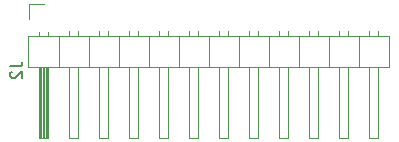
<source format=gbr>
%TF.GenerationSoftware,KiCad,Pcbnew,9.0.0*%
%TF.CreationDate,2025-03-22T14:07:59+10:00*%
%TF.ProjectId,ngmarquee.kicad_pcb_to220_1.0_m3,6e676d61-7271-4756-9565-2e6b69636164,rev?*%
%TF.SameCoordinates,Original*%
%TF.FileFunction,Legend,Bot*%
%TF.FilePolarity,Positive*%
%FSLAX46Y46*%
G04 Gerber Fmt 4.6, Leading zero omitted, Abs format (unit mm)*
G04 Created by KiCad (PCBNEW 9.0.0) date 2025-03-22 14:07:59*
%MOMM*%
%LPD*%
G01*
G04 APERTURE LIST*
%ADD10C,0.150000*%
%ADD11C,0.120000*%
G04 APERTURE END LIST*
D10*
X112754819Y-105651666D02*
X113469104Y-105651666D01*
X113469104Y-105651666D02*
X113611961Y-105604047D01*
X113611961Y-105604047D02*
X113707200Y-105508809D01*
X113707200Y-105508809D02*
X113754819Y-105365952D01*
X113754819Y-105365952D02*
X113754819Y-105270714D01*
X112850057Y-106080238D02*
X112802438Y-106127857D01*
X112802438Y-106127857D02*
X112754819Y-106223095D01*
X112754819Y-106223095D02*
X112754819Y-106461190D01*
X112754819Y-106461190D02*
X112802438Y-106556428D01*
X112802438Y-106556428D02*
X112850057Y-106604047D01*
X112850057Y-106604047D02*
X112945295Y-106651666D01*
X112945295Y-106651666D02*
X113040533Y-106651666D01*
X113040533Y-106651666D02*
X113183390Y-106604047D01*
X113183390Y-106604047D02*
X113754819Y-106032619D01*
X113754819Y-106032619D02*
X113754819Y-106651666D01*
D11*
%TO.C,J2*%
X114240000Y-103040000D02*
X144840000Y-103040000D01*
X114240000Y-105700000D02*
X114240000Y-103040000D01*
X114300000Y-100330000D02*
X114300000Y-101600000D01*
X115190000Y-102710000D02*
X115190000Y-103040000D01*
X115190000Y-105700000D02*
X115190000Y-111700000D01*
X115190000Y-111700000D02*
X115950000Y-111700000D01*
X115250000Y-105700000D02*
X115250000Y-111700000D01*
X115370000Y-105700000D02*
X115370000Y-111700000D01*
X115490000Y-105700000D02*
X115490000Y-111700000D01*
X115570000Y-100330000D02*
X114300000Y-100330000D01*
X115610000Y-105700000D02*
X115610000Y-111700000D01*
X115730000Y-105700000D02*
X115730000Y-111700000D01*
X115850000Y-105700000D02*
X115850000Y-111700000D01*
X115950000Y-102710000D02*
X115950000Y-103040000D01*
X115950000Y-111700000D02*
X115950000Y-105700000D01*
X116840000Y-103040000D02*
X116840000Y-105700000D01*
X117730000Y-102642929D02*
X117730000Y-103040000D01*
X117730000Y-105700000D02*
X117730000Y-111700000D01*
X117730000Y-111700000D02*
X118490000Y-111700000D01*
X118490000Y-102642929D02*
X118490000Y-103040000D01*
X118490000Y-111700000D02*
X118490000Y-105700000D01*
X119380000Y-103040000D02*
X119380000Y-105700000D01*
X120270000Y-102642929D02*
X120270000Y-103040000D01*
X120270000Y-105700000D02*
X120270000Y-111700000D01*
X120270000Y-111700000D02*
X121030000Y-111700000D01*
X121030000Y-102642929D02*
X121030000Y-103040000D01*
X121030000Y-111700000D02*
X121030000Y-105700000D01*
X121920000Y-103040000D02*
X121920000Y-105700000D01*
X122810000Y-102642929D02*
X122810000Y-103040000D01*
X122810000Y-105700000D02*
X122810000Y-111700000D01*
X122810000Y-111700000D02*
X123570000Y-111700000D01*
X123570000Y-102642929D02*
X123570000Y-103040000D01*
X123570000Y-111700000D02*
X123570000Y-105700000D01*
X124460000Y-103040000D02*
X124460000Y-105700000D01*
X125350000Y-102642929D02*
X125350000Y-103040000D01*
X125350000Y-105700000D02*
X125350000Y-111700000D01*
X125350000Y-111700000D02*
X126110000Y-111700000D01*
X126110000Y-102642929D02*
X126110000Y-103040000D01*
X126110000Y-111700000D02*
X126110000Y-105700000D01*
X127000000Y-103040000D02*
X127000000Y-105700000D01*
X127890000Y-102642929D02*
X127890000Y-103040000D01*
X127890000Y-105700000D02*
X127890000Y-111700000D01*
X127890000Y-111700000D02*
X128650000Y-111700000D01*
X128650000Y-102642929D02*
X128650000Y-103040000D01*
X128650000Y-111700000D02*
X128650000Y-105700000D01*
X129540000Y-103040000D02*
X129540000Y-105700000D01*
X130430000Y-102642929D02*
X130430000Y-103040000D01*
X130430000Y-105700000D02*
X130430000Y-111700000D01*
X130430000Y-111700000D02*
X131190000Y-111700000D01*
X131190000Y-102642929D02*
X131190000Y-103040000D01*
X131190000Y-111700000D02*
X131190000Y-105700000D01*
X132080000Y-103040000D02*
X132080000Y-105700000D01*
X132970000Y-102642929D02*
X132970000Y-103040000D01*
X132970000Y-105700000D02*
X132970000Y-111700000D01*
X132970000Y-111700000D02*
X133730000Y-111700000D01*
X133730000Y-102642929D02*
X133730000Y-103040000D01*
X133730000Y-111700000D02*
X133730000Y-105700000D01*
X134620000Y-103040000D02*
X134620000Y-105700000D01*
X135510000Y-102642929D02*
X135510000Y-103040000D01*
X135510000Y-105700000D02*
X135510000Y-111700000D01*
X135510000Y-111700000D02*
X136270000Y-111700000D01*
X136270000Y-102642929D02*
X136270000Y-103040000D01*
X136270000Y-111700000D02*
X136270000Y-105700000D01*
X137160000Y-103040000D02*
X137160000Y-105700000D01*
X138050000Y-102642929D02*
X138050000Y-103040000D01*
X138050000Y-105700000D02*
X138050000Y-111700000D01*
X138050000Y-111700000D02*
X138810000Y-111700000D01*
X138810000Y-102642929D02*
X138810000Y-103040000D01*
X138810000Y-111700000D02*
X138810000Y-105700000D01*
X139700000Y-103040000D02*
X139700000Y-105700000D01*
X140590000Y-102642929D02*
X140590000Y-103040000D01*
X140590000Y-105700000D02*
X140590000Y-111700000D01*
X140590000Y-111700000D02*
X141350000Y-111700000D01*
X141350000Y-102642929D02*
X141350000Y-103040000D01*
X141350000Y-111700000D02*
X141350000Y-105700000D01*
X142240000Y-103040000D02*
X142240000Y-105700000D01*
X143130000Y-102642929D02*
X143130000Y-103040000D01*
X143130000Y-105700000D02*
X143130000Y-111700000D01*
X143130000Y-111700000D02*
X143890000Y-111700000D01*
X143890000Y-102642929D02*
X143890000Y-103040000D01*
X143890000Y-111700000D02*
X143890000Y-105700000D01*
X144840000Y-103040000D02*
X144840000Y-105700000D01*
X144840000Y-105700000D02*
X114240000Y-105700000D01*
%TD*%
M02*

</source>
